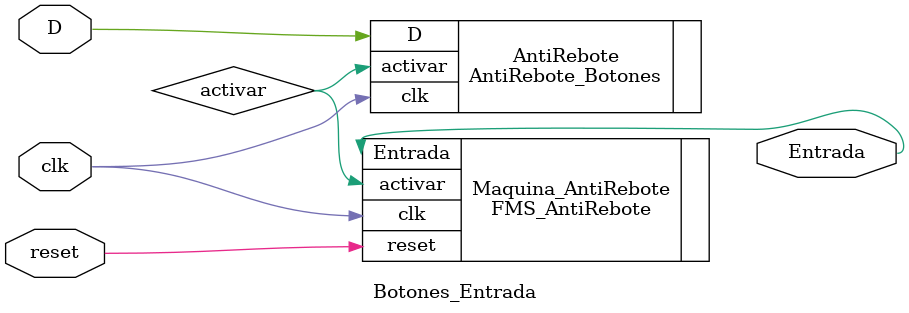
<source format=v>
`timescale 1ns / 1ps
module Botones_Entrada(
	input clk,reset,D,
	output Entrada
    );

FMS_AntiRebote Maquina_AntiRebote (
    .activar(activar), 
    .clk(clk), 
    .reset(reset), 
    .Entrada(Entrada)
    );

AntiRebote_Botones AntiRebote (
    .D(D), 
    .clk(clk), 
    .activar(activar)
    );

endmodule

</source>
